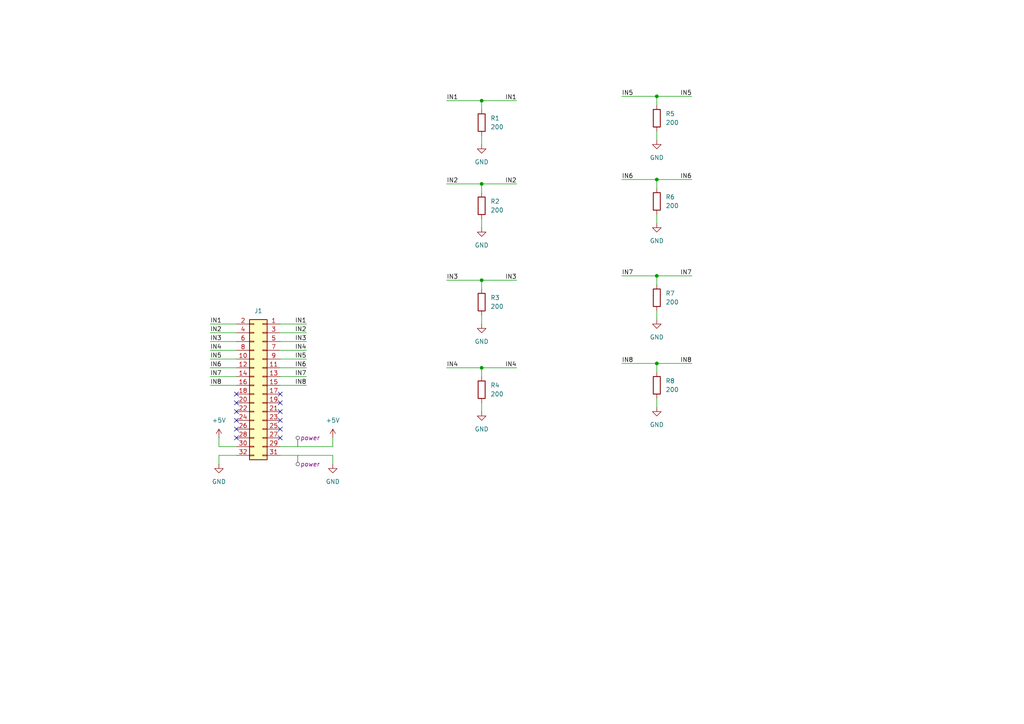
<source format=kicad_sch>
(kicad_sch (version 20231120) (generator "eeschema") (generator_version "8.0")
  (paper "A4")
  (lib_symbols
    (symbol "kicad_inventree_lib:PinHeader P2.54 02x16 SMD Straight" (pin_names (offset 1.016) hide)
      (property "Reference" "J" (at 1.27 20.32 0))
      (property "Value" "PinHeader P2.54 02x16 SMD Straight" (at 1.27 -22.86 0))
      (symbol "PinHeader P2.54 02x16 SMD Straight_1_1"
        (rectangle (start -1.27 -20.193) (end 0 -20.447) (stroke (width 0.1524)))
        (rectangle (start -1.27 -17.653) (end 0 -17.907) (stroke (width 0.1524)))
        (rectangle (start -1.27 -15.113) (end 0 -15.367) (stroke (width 0.1524)))
        (rectangle (start -1.27 -12.573) (end 0 -12.827) (stroke (width 0.1524)))
        (rectangle (start -1.27 -10.033) (end 0 -10.287) (stroke (width 0.1524)))
        (rectangle (start -1.27 -7.493) (end 0 -7.747) (stroke (width 0.1524)))
        (rectangle (start -1.27 -4.953) (end 0 -5.207) (stroke (width 0.1524)))
        (rectangle (start -1.27 -2.413) (end 0 -2.667) (stroke (width 0.1524)))
        (rectangle (start -1.27 0.127) (end 0 -0.127) (stroke (width 0.1524)))
        (rectangle (start -1.27 2.667) (end 0 2.413) (stroke (width 0.1524)))
        (rectangle (start -1.27 5.207) (end 0 4.953) (stroke (width 0.1524)))
        (rectangle (start -1.27 7.747) (end 0 7.493) (stroke (width 0.1524)))
        (rectangle (start -1.27 10.287) (end 0 10.033) (stroke (width 0.1524)))
        (rectangle (start -1.27 12.827) (end 0 12.573) (stroke (width 0.1524)))
        (rectangle (start -1.27 15.367) (end 0 15.113) (stroke (width 0.1524)))
        (rectangle (start -1.27 17.907) (end 0 17.653) (stroke (width 0.1524)))
        (rectangle (start -1.27 19.05) (end 3.81 -21.59) (stroke (width 0.254)) (fill (type background)))
        (rectangle (start 3.81 -20.193) (end 2.54 -20.447) (stroke (width 0.1524)))
        (rectangle (start 3.81 -17.653) (end 2.54 -17.907) (stroke (width 0.1524)))
        (rectangle (start 3.81 -15.113) (end 2.54 -15.367) (stroke (width 0.1524)))
        (rectangle (start 3.81 -12.573) (end 2.54 -12.827) (stroke (width 0.1524)))
        (rectangle (start 3.81 -10.033) (end 2.54 -10.287) (stroke (width 0.1524)))
        (rectangle (start 3.81 -7.493) (end 2.54 -7.747) (stroke (width 0.1524)))
        (rectangle (start 3.81 -4.953) (end 2.54 -5.207) (stroke (width 0.1524)))
        (rectangle (start 3.81 -2.413) (end 2.54 -2.667) (stroke (width 0.1524)))
        (rectangle (start 3.81 0.127) (end 2.54 -0.127) (stroke (width 0.1524)))
        (rectangle (start 3.81 2.667) (end 2.54 2.413) (stroke (width 0.1524)))
        (rectangle (start 3.81 5.207) (end 2.54 4.953) (stroke (width 0.1524)))
        (rectangle (start 3.81 7.747) (end 2.54 7.493) (stroke (width 0.1524)))
        (rectangle (start 3.81 10.287) (end 2.54 10.033) (stroke (width 0.1524)))
        (rectangle (start 3.81 12.827) (end 2.54 12.573) (stroke (width 0.1524)))
        (rectangle (start 3.81 15.367) (end 2.54 15.113) (stroke (width 0.1524)))
        (rectangle (start 3.81 17.907) (end 2.54 17.653) (stroke (width 0.1524)))
        (pin passive line (at -5.08 17.78 0) (length 3.81) (name "Pin_1") (number "1"))
        (pin passive line (at 7.62 7.62 180) (length 3.81) (name "Pin_10") (number "10"))
        (pin passive line (at -5.08 5.08 0) (length 3.81) (name "Pin_11") (number "11"))
        (pin passive line (at 7.62 5.08 180) (length 3.81) (name "Pin_12") (number "12"))
        (pin passive line (at -5.08 2.54 0) (length 3.81) (name "Pin_13") (number "13"))
        (pin passive line (at 7.62 2.54 180) (length 3.81) (name "Pin_14") (number "14"))
        (pin passive line (at -5.08 0 0) (length 3.81) (name "Pin_15") (number "15"))
        (pin passive line (at 7.62 0 180) (length 3.81) (name "Pin_16") (number "16"))
        (pin passive line (at -5.08 -2.54 0) (length 3.81) (name "Pin_17") (number "17"))
        (pin passive line (at 7.62 -2.54 180) (length 3.81) (name "Pin_18") (number "18"))
        (pin passive line (at -5.08 -5.08 0) (length 3.81) (name "Pin_19") (number "19"))
        (pin passive line (at 7.62 17.78 180) (length 3.81) (name "Pin_2") (number "2"))
        (pin passive line (at 7.62 -5.08 180) (length 3.81) (name "Pin_20") (number "20"))
        (pin passive line (at -5.08 -7.62 0) (length 3.81) (name "Pin_21") (number "21"))
        (pin passive line (at 7.62 -7.62 180) (length 3.81) (name "Pin_22") (number "22"))
        (pin passive line (at -5.08 -10.16 0) (length 3.81) (name "Pin_23") (number "23"))
        (pin passive line (at 7.62 -10.16 180) (length 3.81) (name "Pin_24") (number "24"))
        (pin passive line (at -5.08 -12.7 0) (length 3.81) (name "Pin_25") (number "25"))
        (pin passive line (at 7.62 -12.7 180) (length 3.81) (name "Pin_26") (number "26"))
        (pin passive line (at -5.08 -15.24 0) (length 3.81) (name "Pin_27") (number "27"))
        (pin passive line (at 7.62 -15.24 180) (length 3.81) (name "Pin_28") (number "28"))
        (pin passive line (at -5.08 -17.78 0) (length 3.81) (name "Pin_29") (number "29"))
        (pin passive line (at -5.08 15.24 0) (length 3.81) (name "Pin_3") (number "3"))
        (pin passive line (at 7.62 -17.78 180) (length 3.81) (name "Pin_30") (number "30"))
        (pin passive line (at -5.08 -20.32 0) (length 3.81) (name "Pin_31") (number "31"))
        (pin passive line (at 7.62 -20.32 180) (length 3.81) (name "Pin_32") (number "32"))
        (pin passive line (at 7.62 15.24 180) (length 3.81) (name "Pin_4") (number "4"))
        (pin passive line (at -5.08 12.7 0) (length 3.81) (name "Pin_5") (number "5"))
        (pin passive line (at 7.62 12.7 180) (length 3.81) (name "Pin_6") (number "6"))
        (pin passive line (at -5.08 10.16 0) (length 3.81) (name "Pin_7") (number "7"))
        (pin passive line (at 7.62 10.16 180) (length 3.81) (name "Pin_8") (number "8"))
        (pin passive line (at -5.08 7.62 0) (length 3.81) (name "Pin_9") (number "9"))
      )
    )
    (symbol "kicad_inventree_lib:R_200_1206_0.1%" (pin_numbers hide) (pin_names (offset 0))
      (property "Reference" "R" (at 2.032 0 90))
      (property "Value" "200" (at 0 0 90))
      (symbol "R_200_1206_0.1%_0_1"
        (rectangle (start -1.016 -2.54) (end 1.016 2.54) (stroke (width 0.254)))
      )
      (symbol "R_200_1206_0.1%_1_1"
        (pin passive line (at 0 3.81 270) (length 1.27) (name "~") (number "1"))
        (pin passive line (at 0 -3.81 90) (length 1.27) (name "~") (number "2"))
      )
    )
    (symbol "power:+5V" (power) (pin_numbers hide) (pin_names (offset 0) hide)
      (property "Value" "+5V" (at 0 3.556 0))
      (symbol "+5V_0_1"
        (polyline (pts (xy -0.762 1.27) (xy 0 2.54)))
        (polyline (pts (xy 0 0) (xy 0 2.54)))
        (polyline (pts (xy 0 2.54) (xy 0.762 1.27)))
      )
      (symbol "+5V_1_1"
        (pin power_in line (at 0 0 90) (length 0) (name "~") (number "1"))
      )
    )
    (symbol "power:GND" (power) (pin_numbers hide) (pin_names (offset 0) hide)
      (property "Value" "GND" (at 0 -3.81 0))
      (symbol "GND_0_1"
        (polyline (pts (xy 0 0) (xy 0 -1.27) (xy 1.27 -1.27) (xy 0 -2.54) (xy -1.27 -1.27) (xy 0 -1.27)))
      )
      (symbol "GND_1_1"
        (pin power_in line (at 0 0 270) (length 0) (name "~") (number "1"))
      )
    )
  )
  (junction (at 139.7 29.21))
  (junction (at 139.7 106.68))
  (junction (at 139.7 81.28))
  (junction (at 190.5 52.07))
  (junction (at 190.5 105.41))
  (junction (at 139.7 53.34))
  (junction (at 190.5 80.01))
  (junction (at 190.5 27.94))
  (no_connect (at 81.28 121.92))
  (no_connect (at 81.28 119.38))
  (no_connect (at 81.28 116.84))
  (no_connect (at 68.58 127))
  (no_connect (at 68.58 124.46))
  (no_connect (at 81.28 114.3))
  (no_connect (at 68.58 116.84))
  (no_connect (at 68.58 121.92))
  (no_connect (at 81.28 124.46))
  (no_connect (at 68.58 114.3))
  (no_connect (at 81.28 127))
  (no_connect (at 68.58 119.38))
  (wire (pts (xy 190.5 52.07) (xy 190.5 54.61)))
  (wire (pts (xy 129.54 81.28) (xy 139.7 81.28)))
  (wire (pts (xy 190.5 90.17) (xy 190.5 92.71)))
  (wire (pts (xy 60.96 93.98) (xy 68.58 93.98)))
  (wire (pts (xy 190.5 27.94) (xy 200.66 27.94)))
  (wire (pts (xy 180.34 80.01) (xy 190.5 80.01)))
  (wire (pts (xy 139.7 53.34) (xy 139.7 55.88)))
  (wire (pts (xy 139.7 106.68) (xy 139.7 109.22)))
  (wire (pts (xy 81.28 132.08) (xy 96.52 132.08)))
  (wire (pts (xy 139.7 39.37) (xy 139.7 41.91)))
  (wire (pts (xy 139.7 29.21) (xy 149.86 29.21)))
  (wire (pts (xy 190.5 105.41) (xy 190.5 107.95)))
  (wire (pts (xy 129.54 53.34) (xy 139.7 53.34)))
  (wire (pts (xy 190.5 52.07) (xy 200.66 52.07)))
  (wire (pts (xy 139.7 81.28) (xy 149.86 81.28)))
  (wire (pts (xy 63.5 127) (xy 63.5 129.54)))
  (wire (pts (xy 139.7 29.21) (xy 139.7 31.75)))
  (wire (pts (xy 139.7 53.34) (xy 149.86 53.34)))
  (wire (pts (xy 81.28 96.52) (xy 88.9 96.52)))
  (wire (pts (xy 81.28 101.6) (xy 88.9 101.6)))
  (wire (pts (xy 63.5 132.08) (xy 68.58 132.08)))
  (wire (pts (xy 180.34 105.41) (xy 190.5 105.41)))
  (wire (pts (xy 190.5 27.94) (xy 190.5 30.48)))
  (wire (pts (xy 190.5 105.41) (xy 200.66 105.41)))
  (wire (pts (xy 129.54 29.21) (xy 139.7 29.21)))
  (wire (pts (xy 60.96 96.52) (xy 68.58 96.52)))
  (wire (pts (xy 60.96 111.76) (xy 68.58 111.76)))
  (wire (pts (xy 81.28 99.06) (xy 88.9 99.06)))
  (wire (pts (xy 190.5 62.23) (xy 190.5 64.77)))
  (wire (pts (xy 81.28 93.98) (xy 88.9 93.98)))
  (wire (pts (xy 60.96 104.14) (xy 68.58 104.14)))
  (wire (pts (xy 190.5 38.1) (xy 190.5 40.64)))
  (wire (pts (xy 60.96 106.68) (xy 68.58 106.68)))
  (wire (pts (xy 190.5 115.57) (xy 190.5 118.11)))
  (wire (pts (xy 190.5 80.01) (xy 200.66 80.01)))
  (wire (pts (xy 81.28 106.68) (xy 88.9 106.68)))
  (wire (pts (xy 96.52 127) (xy 96.52 129.54)))
  (wire (pts (xy 63.5 134.62) (xy 63.5 132.08)))
  (wire (pts (xy 81.28 109.22) (xy 88.9 109.22)))
  (wire (pts (xy 180.34 27.94) (xy 190.5 27.94)))
  (wire (pts (xy 180.34 52.07) (xy 190.5 52.07)))
  (wire (pts (xy 129.54 106.68) (xy 139.7 106.68)))
  (wire (pts (xy 60.96 109.22) (xy 68.58 109.22)))
  (wire (pts (xy 81.28 111.76) (xy 88.9 111.76)))
  (wire (pts (xy 96.52 132.08) (xy 96.52 134.62)))
  (wire (pts (xy 81.28 104.14) (xy 88.9 104.14)))
  (wire (pts (xy 139.7 91.44) (xy 139.7 93.98)))
  (wire (pts (xy 139.7 63.5) (xy 139.7 66.04)))
  (wire (pts (xy 139.7 106.68) (xy 149.86 106.68)))
  (wire (pts (xy 60.96 101.6) (xy 68.58 101.6)))
  (wire (pts (xy 190.5 80.01) (xy 190.5 82.55)))
  (wire (pts (xy 139.7 81.28) (xy 139.7 83.82)))
  (wire (pts (xy 63.5 129.54) (xy 68.58 129.54)))
  (wire (pts (xy 60.96 99.06) (xy 68.58 99.06)))
  (wire (pts (xy 139.7 116.84) (xy 139.7 119.38)))
  (wire (pts (xy 81.28 129.54) (xy 96.52 129.54)))
  (label "IN4" (at 60.96 101.6 0))
  (label "IN1" (at 60.96 93.98 0))
  (label "IN2" (at 60.96 96.52 0))
  (label "IN1" (at 129.54 29.21 0))
  (label "IN2" (at 129.54 53.34 0))
  (label "IN5" (at 200.66 27.94 180))
  (label "IN4" (at 129.54 106.68 0))
  (label "IN2" (at 149.86 53.34 180))
  (label "IN6" (at 180.34 52.07 0))
  (label "IN5" (at 180.34 27.94 0))
  (label "IN5" (at 88.9 104.14 180))
  (label "IN3" (at 129.54 81.28 0))
  (label "IN7" (at 88.9 109.22 180))
  (label "IN4" (at 149.86 106.68 180))
  (label "IN7" (at 60.96 109.22 0))
  (label "IN1" (at 88.9 93.98 180))
  (label "IN6" (at 88.9 106.68 180))
  (label "IN2" (at 88.9 96.52 180))
  (label "IN7" (at 200.66 80.01 180))
  (label "IN7" (at 180.34 80.01 0))
  (label "IN4" (at 88.9 101.6 180))
  (label "IN5" (at 60.96 104.14 0))
  (label "IN6" (at 200.66 52.07 180))
  (label "IN3" (at 149.86 81.28 180))
  (label "IN8" (at 88.9 111.76 180))
  (label "IN3" (at 88.9 99.06 180))
  (label "IN8" (at 180.34 105.41 0))
  (label "IN3" (at 60.96 99.06 0))
  (label "IN8" (at 200.66 105.41 180))
  (label "IN8" (at 60.96 111.76 0))
  (label "IN1" (at 149.86 29.21 180))
  (label "IN6" (at 60.96 106.68 0))
  (netclass_flag "" (length 2.54) (shape round) (at 86.36 129.54 0) (property "Netclass" "power" (at 87.0585 127 0) (effects (font (italic yes)) (justify left))))
  (netclass_flag "" (length 2.54) (shape round) (at 86.36 132.08 180) (property "Netclass" "power" (at 87.0585 134.62 0) (effects (font (italic yes)) (justify left))))
  (symbol (lib_id "power:GND") (at 139.7 66.04 0) (unit 1)
    (property "Reference" "#PWR06" (effects (hide yes)))
    (property "Value" "GND" (at 139.7 71.12 0))
    (property "Description" "Power symbol creates a global label with name \"GND\" , ground" (effects (hide yes)))
  )
  (symbol (lib_id "power:GND") (at 190.5 118.11 0) (unit 1)
    (property "Reference" "#PWR012" (effects (hide yes)))
    (property "Value" "GND" (at 190.5 123.19 0))
    (property "Description" "Power symbol creates a global label with name \"GND\" , ground" (effects (hide yes)))
  )
  (symbol (lib_id "kicad_inventree_lib:R_200_1206_0.1%") (at 139.7 87.63 0) (unit 1)
    (property "Reference" "R3" (at 142.24 86.3599 0) (effects (justify left)))
    (property "Value" "200" (at 142.24 88.8999 0) (effects (justify left)))
    (property "Footprint" "Resistor_SMD:R_1206_3216Metric_Pad1.30x1.75mm_HandSolder" (effects (hide yes)))
    (property "Datasheet" "http://inventree.network/part/64/" (effects (hide yes)))
    (property "Description" "Resistor" (effects (hide yes)))
    (property "NextPCB_price" "0.00169" (effects (hide yes)))
    (property "NextPCB_url" "https://www.hqonline.com/product-detail/chip-resistors-fojan-frc1206f3301ts-2500354421" (effects (hide yes)))
    (property "part_ipn" "R_200_1206_0.1%" (effects (hide yes)))
  )
  (symbol (lib_id "power:+5V") (at 63.5 127 0) (unit 1)
    (property "Reference" "#PWR04" (effects (hide yes)))
    (property "Value" "+5V" (at 63.5 121.92 0))
    (property "Description" "Power symbol creates a global label with name \"+5V\"" (effects (hide yes)))
  )
  (symbol (lib_id "power:GND") (at 63.5 134.62 0) (unit 1)
    (property "Reference" "#PWR02" (effects (hide yes)))
    (property "Value" "GND" (at 63.5 139.7 0))
    (property "Description" "Power symbol creates a global label with name \"GND\" , ground" (effects (hide yes)))
  )
  (symbol (lib_id "kicad_inventree_lib:R_200_1206_0.1%") (at 190.5 86.36 0) (unit 1)
    (property "Reference" "R7" (at 193.04 85.0899 0) (effects (justify left)))
    (property "Value" "200" (at 193.04 87.6299 0) (effects (justify left)))
    (property "Footprint" "Resistor_SMD:R_1206_3216Metric_Pad1.30x1.75mm_HandSolder" (effects (hide yes)))
    (property "Datasheet" "http://inventree.network/part/64/" (effects (hide yes)))
    (property "Description" "Resistor" (effects (hide yes)))
    (property "NextPCB_price" "0.00169" (effects (hide yes)))
    (property "NextPCB_url" "https://www.hqonline.com/product-detail/chip-resistors-fojan-frc1206f3301ts-2500354421" (effects (hide yes)))
    (property "part_ipn" "R_200_1206_0.1%" (effects (hide yes)))
  )
  (symbol (lib_id "kicad_inventree_lib:R_200_1206_0.1%") (at 190.5 58.42 0) (unit 1)
    (property "Reference" "R6" (at 193.04 57.1499 0) (effects (justify left)))
    (property "Value" "200" (at 193.04 59.6899 0) (effects (justify left)))
    (property "Footprint" "Resistor_SMD:R_1206_3216Metric_Pad1.30x1.75mm_HandSolder" (effects (hide yes)))
    (property "Datasheet" "http://inventree.network/part/64/" (effects (hide yes)))
    (property "Description" "Resistor" (effects (hide yes)))
    (property "NextPCB_price" "0.00169" (effects (hide yes)))
    (property "NextPCB_url" "https://www.hqonline.com/product-detail/chip-resistors-fojan-frc1206f3301ts-2500354421" (effects (hide yes)))
    (property "part_ipn" "R_200_1206_0.1%" (effects (hide yes)))
  )
  (symbol (lib_id "kicad_inventree_lib:R_200_1206_0.1%") (at 139.7 113.03 0) (unit 1)
    (property "Reference" "R4" (at 142.24 111.7599 0) (effects (justify left)))
    (property "Value" "200" (at 142.24 114.2999 0) (effects (justify left)))
    (property "Footprint" "Resistor_SMD:R_1206_3216Metric_Pad1.30x1.75mm_HandSolder" (effects (hide yes)))
    (property "Datasheet" "http://inventree.network/part/64/" (effects (hide yes)))
    (property "Description" "Resistor" (effects (hide yes)))
    (property "NextPCB_price" "0.00169" (effects (hide yes)))
    (property "NextPCB_url" "https://www.hqonline.com/product-detail/chip-resistors-fojan-frc1206f3301ts-2500354421" (effects (hide yes)))
    (property "part_ipn" "R_200_1206_0.1%" (effects (hide yes)))
  )
  (symbol (lib_id "kicad_inventree_lib:R_200_1206_0.1%") (at 139.7 59.69 0) (unit 1)
    (property "Reference" "R2" (at 142.24 58.4199 0) (effects (justify left)))
    (property "Value" "200" (at 142.24 60.9599 0) (effects (justify left)))
    (property "Footprint" "Resistor_SMD:R_1206_3216Metric_Pad1.30x1.75mm_HandSolder" (effects (hide yes)))
    (property "Datasheet" "http://inventree.network/part/64/" (effects (hide yes)))
    (property "Description" "Resistor" (effects (hide yes)))
    (property "NextPCB_price" "0.00169" (effects (hide yes)))
    (property "NextPCB_url" "https://www.hqonline.com/product-detail/chip-resistors-fojan-frc1206f3301ts-2500354421" (effects (hide yes)))
    (property "part_ipn" "R_200_1206_0.1%" (effects (hide yes)))
  )
  (symbol (lib_id "power:GND") (at 190.5 40.64 0) (unit 1)
    (property "Reference" "#PWR09" (effects (hide yes)))
    (property "Value" "GND" (at 190.5 45.72 0))
    (property "Description" "Power symbol creates a global label with name \"GND\" , ground" (effects (hide yes)))
  )
  (symbol (lib_id "power:+5V") (at 96.52 127 0) (unit 1)
    (property "Reference" "#PWR03" (effects (hide yes)))
    (property "Value" "+5V" (at 96.52 121.92 0))
    (property "Description" "Power symbol creates a global label with name \"+5V\"" (effects (hide yes)))
  )
  (symbol (lib_id "power:GND") (at 139.7 119.38 0) (unit 1)
    (property "Reference" "#PWR08" (effects (hide yes)))
    (property "Value" "GND" (at 139.7 124.46 0))
    (property "Description" "Power symbol creates a global label with name \"GND\" , ground" (effects (hide yes)))
  )
  (symbol (lib_id "kicad_inventree_lib:R_200_1206_0.1%") (at 190.5 34.29 0) (unit 1)
    (property "Reference" "R5" (at 193.04 33.0199 0) (effects (justify left)))
    (property "Value" "200" (at 193.04 35.5599 0) (effects (justify left)))
    (property "Footprint" "Resistor_SMD:R_1206_3216Metric_Pad1.30x1.75mm_HandSolder" (effects (hide yes)))
    (property "Datasheet" "http://inventree.network/part/64/" (effects (hide yes)))
    (property "Description" "Resistor" (effects (hide yes)))
    (property "NextPCB_price" "0.00169" (effects (hide yes)))
    (property "NextPCB_url" "https://www.hqonline.com/product-detail/chip-resistors-fojan-frc1206f3301ts-2500354421" (effects (hide yes)))
    (property "part_ipn" "R_200_1206_0.1%" (effects (hide yes)))
  )
  (symbol (lib_id "power:GND") (at 96.52 134.62 0) (unit 1)
    (property "Reference" "#PWR01" (effects (hide yes)))
    (property "Value" "GND" (at 96.52 139.7 0))
    (property "Description" "Power symbol creates a global label with name \"GND\" , ground" (effects (hide yes)))
  )
  (symbol (lib_id "kicad_inventree_lib:PinHeader P2.54 02x16 SMD Straight") (at 76.2 111.76 0) (mirror y) (unit 1)
    (property "Reference" "J1" (at 74.93 90.17 0))
    (property "Value" "PinHeader P2.54 02x16 SMD Straight" (effects (hide yes)))
    (property "Footprint" "Connector_PinHeader_2.54mm:PinHeader_2x16_P2.54mm_Vertical_SMD" (effects (hide yes)))
    (property "Datasheet" "http://inventree.network/part/33/" (effects (hide yes)))
    (property "Description" "Generic connector, double row, 02x16, odd/even pin numbering scheme (row 1 odd numbers, row 2 even numbers), script generated (kicad-library-utils/schlib/autogen/connector/)" (effects (hide yes)))
    (property "NextPCB_url" "https://www.hqonline.com/product-detail/pin-headers-hctl-pz254-2-16-s-1018711843" (effects (hide yes)))
    (property "NextPCB_price" "0.31882" (effects (hide yes)))
    (property "part_ipn" "PinHeader P2.54 02x16 SMD Straight" (effects (hide yes)))
  )
  (symbol (lib_id "kicad_inventree_lib:R_200_1206_0.1%") (at 139.7 35.56 0) (unit 1)
    (property "Reference" "R1" (at 142.24 34.2899 0) (effects (justify left)))
    (property "Value" "200" (at 142.24 36.8299 0) (effects (justify left)))
    (property "Footprint" "Resistor_SMD:R_1206_3216Metric_Pad1.30x1.75mm_HandSolder" (effects (hide yes)))
    (property "Datasheet" "http://inventree.network/part/64/" (effects (hide yes)))
    (property "Description" "Resistor" (effects (hide yes)))
    (property "NextPCB_price" "0.00169" (effects (hide yes)))
    (property "NextPCB_url" "https://www.hqonline.com/product-detail/chip-resistors-fojan-frc1206f3301ts-2500354421" (effects (hide yes)))
    (property "part_ipn" "R_200_1206_0.1%" (effects (hide yes)))
  )
  (symbol (lib_id "power:GND") (at 139.7 41.91 0) (unit 1)
    (property "Reference" "#PWR05" (effects (hide yes)))
    (property "Value" "GND" (at 139.7 46.99 0))
    (property "Description" "Power symbol creates a global label with name \"GND\" , ground" (effects (hide yes)))
  )
  (symbol (lib_id "power:GND") (at 190.5 92.71 0) (unit 1)
    (property "Reference" "#PWR011" (effects (hide yes)))
    (property "Value" "GND" (at 190.5 97.79 0))
    (property "Description" "Power symbol creates a global label with name \"GND\" , ground" (effects (hide yes)))
  )
  (symbol (lib_id "kicad_inventree_lib:R_200_1206_0.1%") (at 190.5 111.76 0) (unit 1)
    (property "Reference" "R8" (at 193.04 110.4899 0) (effects (justify left)))
    (property "Value" "200" (at 193.04 113.0299 0) (effects (justify left)))
    (property "Footprint" "Resistor_SMD:R_1206_3216Metric_Pad1.30x1.75mm_HandSolder" (effects (hide yes)))
    (property "Datasheet" "http://inventree.network/part/64/" (effects (hide yes)))
    (property "Description" "Resistor" (effects (hide yes)))
    (property "NextPCB_price" "0.00169" (effects (hide yes)))
    (property "NextPCB_url" "https://www.hqonline.com/product-detail/chip-resistors-fojan-frc1206f3301ts-2500354421" (effects (hide yes)))
    (property "part_ipn" "R_200_1206_0.1%" (effects (hide yes)))
  )
  (symbol (lib_id "power:GND") (at 139.7 93.98 0) (unit 1)
    (property "Reference" "#PWR07" (effects (hide yes)))
    (property "Value" "GND" (at 139.7 99.06 0))
    (property "Description" "Power symbol creates a global label with name \"GND\" , ground" (effects (hide yes)))
  )
  (symbol (lib_id "power:GND") (at 190.5 64.77 0) (unit 1)
    (property "Reference" "#PWR010" (effects (hide yes)))
    (property "Value" "GND" (at 190.5 69.85 0))
    (property "Description" "Power symbol creates a global label with name \"GND\" , ground" (effects (hide yes)))
  )
)
</source>
